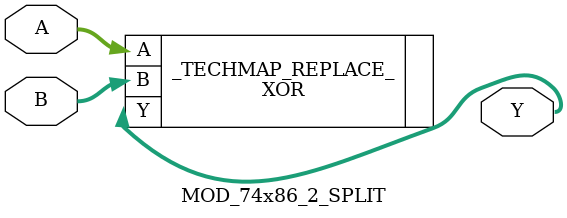
<source format=v>
module MOD_74x86_2 (A, B, Y);

parameter A_SIGNED = 0;
parameter B_SIGNED = 0;
parameter A_WIDTH = 0;
parameter B_WIDTH = 0;
parameter Y_WIDTH = 0;

input [1:0] A;
input [1:0] B;
output [1:0] Y;

XOR _TECHMAP_REPLACE_(.A(A), .B(B), .Y(Y));

endmodule

module MOD_74x86_2_SPLIT (A, B, Y);

parameter A_SIGNED = 0;
parameter B_SIGNED = 0;
parameter A_WIDTH = 0;
parameter B_WIDTH = 0;
parameter Y_WIDTH = 0;

input [1:0] A;
input [1:0] B;
output [1:0] Y;


XOR _TECHMAP_REPLACE_(.A(A), .B(B), .Y(Y));

endmodule
</source>
